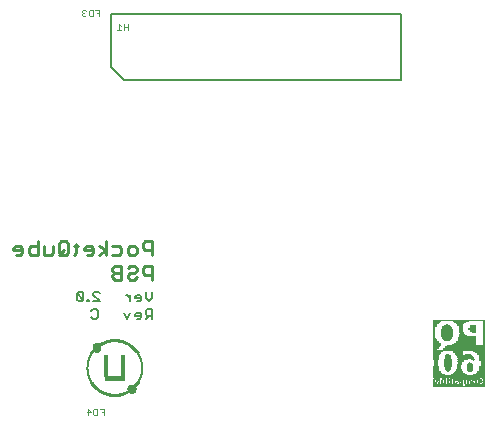
<source format=gbo>
G75*
%MOIN*%
%OFA0B0*%
%FSLAX25Y25*%
%IPPOS*%
%LPD*%
%AMOC8*
5,1,8,0,0,1.08239X$1,22.5*
%
%ADD10C,0.01000*%
%ADD11C,0.00700*%
%ADD12C,0.00500*%
%ADD13C,0.00400*%
%ADD14R,0.17300X0.00100*%
%ADD15R,0.06800X0.00100*%
%ADD16R,0.10000X0.00100*%
%ADD17R,0.01000X0.00100*%
%ADD18R,0.00800X0.00100*%
%ADD19R,0.00400X0.00100*%
%ADD20R,0.00200X0.00100*%
%ADD21R,0.00900X0.00100*%
%ADD22R,0.00700X0.00100*%
%ADD23R,0.00300X0.00100*%
%ADD24R,0.00600X0.00100*%
%ADD25R,0.00100X0.00100*%
%ADD26R,0.00500X0.00100*%
%ADD27R,0.01500X0.00100*%
%ADD28R,0.01200X0.00100*%
%ADD29R,0.01300X0.00100*%
%ADD30R,0.01400X0.00100*%
%ADD31R,0.01600X0.00100*%
%ADD32R,0.01700X0.00100*%
%ADD33R,0.08700X0.00100*%
%ADD34R,0.02300X0.00100*%
%ADD35R,0.04200X0.00100*%
%ADD36R,0.06300X0.00100*%
%ADD37R,0.04300X0.00100*%
%ADD38R,0.03800X0.00100*%
%ADD39R,0.05400X0.00100*%
%ADD40R,0.03500X0.00100*%
%ADD41R,0.04800X0.00100*%
%ADD42R,0.03300X0.00100*%
%ADD43R,0.04400X0.00100*%
%ADD44R,0.03100X0.00100*%
%ADD45R,0.04000X0.00100*%
%ADD46R,0.03000X0.00100*%
%ADD47R,0.02800X0.00100*%
%ADD48R,0.03400X0.00100*%
%ADD49R,0.02900X0.00100*%
%ADD50R,0.02700X0.00100*%
%ADD51R,0.03200X0.00100*%
%ADD52R,0.02600X0.00100*%
%ADD53R,0.02500X0.00100*%
%ADD54R,0.02400X0.00100*%
%ADD55R,0.02200X0.00100*%
%ADD56R,0.01100X0.00100*%
%ADD57R,0.02100X0.00100*%
%ADD58R,0.02000X0.00100*%
%ADD59R,0.01900X0.00100*%
%ADD60R,0.01800X0.00100*%
%ADD61R,0.05500X0.00100*%
%ADD62R,0.05600X0.00100*%
%ADD63R,0.05300X0.00100*%
%ADD64R,0.03700X0.00100*%
%ADD65R,0.03600X0.00100*%
%ADD66R,0.04100X0.00100*%
%ADD67R,0.04900X0.00100*%
%ADD68R,0.05000X0.00100*%
%ADD69R,0.06200X0.00100*%
%ADD70R,0.14200X0.00100*%
%ADD71R,0.14000X0.00100*%
%ADD72R,0.13900X0.00100*%
%ADD73R,0.13800X0.00100*%
%ADD74R,0.13700X0.00100*%
%ADD75R,0.13600X0.00100*%
%ADD76R,0.13500X0.00100*%
%ADD77R,0.13400X0.00100*%
%ADD78R,0.13300X0.00100*%
%ADD79R,0.13200X0.00100*%
%ADD80R,0.13100X0.00100*%
%ADD81R,0.13000X0.00100*%
%ADD82R,0.12900X0.00100*%
%ADD83R,0.12800X0.00100*%
%ADD84R,0.11900X0.00100*%
%ADD85R,0.08300X0.00100*%
%ADD86R,0.08000X0.00100*%
%ADD87R,0.07700X0.00100*%
%ADD88R,0.07500X0.00100*%
%ADD89R,0.07300X0.00100*%
%ADD90R,0.07100X0.00100*%
%ADD91R,0.07000X0.00100*%
%ADD92R,0.06700X0.00100*%
%ADD93R,0.06600X0.00100*%
%ADD94R,0.06500X0.00100*%
%ADD95R,0.06400X0.00100*%
%ADD96R,0.06100X0.00100*%
%ADD97R,0.06000X0.00100*%
%ADD98R,0.05900X0.00100*%
%ADD99R,0.05800X0.00100*%
%ADD100R,0.05700X0.00100*%
%ADD101R,0.03900X0.00100*%
%ADD102R,0.04600X0.00100*%
%ADD103R,0.05100X0.00100*%
%ADD104R,0.11300X0.00100*%
%ADD105R,0.11800X0.00100*%
%ADD106R,0.01360X0.00080*%
%ADD107R,0.02960X0.00080*%
%ADD108R,0.03760X0.00080*%
%ADD109R,0.04560X0.00080*%
%ADD110R,0.05200X0.00080*%
%ADD111R,0.05680X0.00080*%
%ADD112R,0.06160X0.00080*%
%ADD113R,0.06640X0.00080*%
%ADD114R,0.07120X0.00080*%
%ADD115R,0.07440X0.00080*%
%ADD116R,0.03280X0.00080*%
%ADD117R,0.02800X0.00080*%
%ADD118R,0.00880X0.00080*%
%ADD119R,0.02560X0.00080*%
%ADD120R,0.01280X0.00080*%
%ADD121R,0.02320X0.00080*%
%ADD122R,0.01600X0.00080*%
%ADD123R,0.02160X0.00080*%
%ADD124R,0.01840X0.00080*%
%ADD125R,0.02000X0.00080*%
%ADD126R,0.01920X0.00080*%
%ADD127R,0.03680X0.00080*%
%ADD128R,0.03520X0.00080*%
%ADD129R,0.01760X0.00080*%
%ADD130R,0.03440X0.00080*%
%ADD131R,0.01680X0.00080*%
%ADD132R,0.03120X0.00080*%
%ADD133R,0.03040X0.00080*%
%ADD134R,0.02880X0.00080*%
%ADD135R,0.01520X0.00080*%
%ADD136R,0.01440X0.00080*%
%ADD137R,0.01200X0.00080*%
%ADD138R,0.02720X0.00080*%
%ADD139R,0.01120X0.00080*%
%ADD140R,0.01120X0.00080*%
%ADD141R,0.01040X0.00080*%
%ADD142R,0.02720X0.00080*%
%ADD143R,0.01040X0.00080*%
%ADD144R,0.00960X0.00080*%
%ADD145R,0.06960X0.00080*%
%ADD146R,0.00800X0.00080*%
%ADD147R,0.00720X0.00080*%
%ADD148R,0.02640X0.00080*%
%ADD149R,0.01440X0.00080*%
%ADD150R,0.03120X0.00080*%
%ADD151R,0.03200X0.00080*%
%ADD152R,0.01920X0.00080*%
%ADD153R,0.00400X0.00080*%
%ADD154R,0.02240X0.00080*%
%ADD155R,0.02400X0.00080*%
%ADD156R,0.02640X0.00080*%
%ADD157R,0.07600X0.00080*%
%ADD158R,0.07280X0.00080*%
%ADD159R,0.06480X0.00080*%
%ADD160R,0.06000X0.00080*%
%ADD161R,0.05520X0.00080*%
%ADD162R,0.04880X0.00080*%
%ADD163R,0.04240X0.00080*%
%ADD164R,0.02320X0.00080*%
D10*
X0038143Y0062143D02*
X0040401Y0062143D01*
X0040401Y0066658D01*
X0038143Y0066658D01*
X0037391Y0065906D01*
X0037391Y0065153D01*
X0038143Y0064400D01*
X0040401Y0064400D01*
X0038143Y0064400D02*
X0037391Y0063648D01*
X0037391Y0062895D01*
X0038143Y0062143D01*
X0042466Y0062895D02*
X0043219Y0062143D01*
X0044724Y0062143D01*
X0045477Y0062895D01*
X0044724Y0064400D02*
X0043219Y0064400D01*
X0042466Y0063648D01*
X0042466Y0062895D01*
X0044724Y0064400D02*
X0045477Y0065153D01*
X0045477Y0065906D01*
X0044724Y0066658D01*
X0043219Y0066658D01*
X0042466Y0065906D01*
X0043219Y0070410D02*
X0042466Y0071163D01*
X0042466Y0072668D01*
X0043219Y0073421D01*
X0044724Y0073421D01*
X0045477Y0072668D01*
X0045477Y0071163D01*
X0044724Y0070410D01*
X0043219Y0070410D01*
X0040401Y0071163D02*
X0040401Y0072668D01*
X0039649Y0073421D01*
X0037391Y0073421D01*
X0040401Y0071163D02*
X0039649Y0070410D01*
X0037391Y0070410D01*
X0035326Y0070410D02*
X0035326Y0074926D01*
X0033068Y0073421D02*
X0035326Y0071915D01*
X0033068Y0070410D01*
X0031097Y0071163D02*
X0031097Y0072668D01*
X0030344Y0073421D01*
X0028839Y0073421D01*
X0028086Y0072668D01*
X0028086Y0071915D01*
X0031097Y0071915D01*
X0031097Y0071163D02*
X0030344Y0070410D01*
X0028839Y0070410D01*
X0025269Y0071163D02*
X0025269Y0074173D01*
X0026022Y0073421D02*
X0024516Y0073421D01*
X0022638Y0074173D02*
X0022638Y0071163D01*
X0021886Y0070410D01*
X0020380Y0070410D01*
X0019628Y0071163D01*
X0019628Y0074173D01*
X0020380Y0074926D01*
X0021886Y0074926D01*
X0022638Y0074173D01*
X0021133Y0071915D02*
X0019628Y0070410D01*
X0017563Y0071163D02*
X0016810Y0070410D01*
X0014552Y0070410D01*
X0014552Y0073421D01*
X0012488Y0073421D02*
X0010230Y0073421D01*
X0009477Y0072668D01*
X0009477Y0071163D01*
X0010230Y0070410D01*
X0012488Y0070410D01*
X0012488Y0074926D01*
X0017563Y0073421D02*
X0017563Y0071163D01*
X0024516Y0070410D02*
X0025269Y0071163D01*
X0007413Y0071163D02*
X0007413Y0072668D01*
X0006660Y0073421D01*
X0005155Y0073421D01*
X0004402Y0072668D01*
X0004402Y0071915D01*
X0007413Y0071915D01*
X0007413Y0071163D02*
X0006660Y0070410D01*
X0005155Y0070410D01*
X0047541Y0072668D02*
X0048294Y0071915D01*
X0050552Y0071915D01*
X0050552Y0070410D02*
X0050552Y0074926D01*
X0048294Y0074926D01*
X0047541Y0074173D01*
X0047541Y0072668D01*
X0048294Y0066658D02*
X0047541Y0065906D01*
X0047541Y0064400D01*
X0048294Y0063648D01*
X0050552Y0063648D01*
X0050552Y0062143D02*
X0050552Y0066658D01*
X0048294Y0066658D01*
D11*
X0048542Y0058146D02*
X0048542Y0055986D01*
X0049622Y0054906D01*
X0050702Y0055986D01*
X0050702Y0058146D01*
X0047077Y0056526D02*
X0047077Y0055446D01*
X0046537Y0054906D01*
X0045457Y0054906D01*
X0044917Y0055986D02*
X0047077Y0055986D01*
X0047077Y0056526D02*
X0046537Y0057066D01*
X0045457Y0057066D01*
X0044917Y0056526D01*
X0044917Y0055986D01*
X0043451Y0055986D02*
X0042372Y0057066D01*
X0041832Y0057066D01*
X0043451Y0057066D02*
X0043451Y0054906D01*
X0043451Y0051160D02*
X0042372Y0049000D01*
X0041292Y0051160D01*
X0044917Y0050620D02*
X0044917Y0050080D01*
X0047077Y0050080D01*
X0047077Y0049540D02*
X0047077Y0050620D01*
X0046537Y0051160D01*
X0045457Y0051160D01*
X0044917Y0050620D01*
X0045457Y0049000D02*
X0046537Y0049000D01*
X0047077Y0049540D01*
X0048542Y0049000D02*
X0049622Y0050080D01*
X0049082Y0050080D02*
X0050702Y0050080D01*
X0050702Y0049000D02*
X0050702Y0052240D01*
X0049082Y0052240D01*
X0048542Y0051700D01*
X0048542Y0050620D01*
X0049082Y0050080D01*
X0032576Y0049540D02*
X0032036Y0049000D01*
X0030956Y0049000D01*
X0030416Y0049540D01*
X0030416Y0051700D02*
X0030956Y0052240D01*
X0032036Y0052240D01*
X0032576Y0051700D01*
X0032576Y0049540D01*
X0033180Y0054906D02*
X0031020Y0054906D01*
X0029555Y0054906D02*
X0029015Y0054906D01*
X0029015Y0055446D01*
X0029555Y0055446D01*
X0029555Y0054906D01*
X0027743Y0055446D02*
X0025583Y0057606D01*
X0025583Y0055446D01*
X0026123Y0054906D01*
X0027203Y0054906D01*
X0027743Y0055446D01*
X0027743Y0057606D01*
X0027203Y0058146D01*
X0026123Y0058146D01*
X0025583Y0057606D01*
X0031020Y0057606D02*
X0031020Y0057066D01*
X0033180Y0054906D01*
X0033180Y0057606D02*
X0032640Y0058146D01*
X0031560Y0058146D01*
X0031020Y0057606D01*
D12*
X0041209Y0128572D02*
X0133729Y0128572D01*
X0133729Y0150619D01*
X0036878Y0150619D01*
X0036878Y0132902D01*
X0041209Y0128572D01*
D13*
X0029210Y0018925D02*
X0029210Y0016961D01*
X0028883Y0017943D02*
X0030192Y0017943D01*
X0029210Y0018925D01*
X0031058Y0018597D02*
X0031058Y0017288D01*
X0031385Y0016961D01*
X0032367Y0016961D01*
X0032367Y0018925D01*
X0031385Y0018925D01*
X0031058Y0018597D01*
X0033233Y0018925D02*
X0034542Y0018925D01*
X0034542Y0016961D01*
X0034542Y0017943D02*
X0033888Y0017943D01*
X0039119Y0145307D02*
X0040428Y0145307D01*
X0039774Y0145307D02*
X0039774Y0147271D01*
X0040428Y0146616D01*
X0041294Y0146289D02*
X0042603Y0146289D01*
X0042603Y0145307D02*
X0042603Y0147271D01*
X0041294Y0147271D02*
X0041294Y0145307D01*
X0032968Y0150031D02*
X0032968Y0151995D01*
X0031658Y0151995D01*
X0030792Y0151995D02*
X0029810Y0151995D01*
X0029483Y0151668D01*
X0029483Y0150359D01*
X0029810Y0150031D01*
X0030792Y0150031D01*
X0030792Y0151995D01*
X0032313Y0151013D02*
X0032968Y0151013D01*
X0028617Y0150359D02*
X0028290Y0150031D01*
X0027635Y0150031D01*
X0027308Y0150359D01*
X0027308Y0150686D01*
X0027635Y0151013D01*
X0027963Y0151013D01*
X0027635Y0151013D02*
X0027308Y0151341D01*
X0027308Y0151668D01*
X0027635Y0151995D01*
X0028290Y0151995D01*
X0028617Y0151668D01*
D14*
X0152982Y0048509D03*
X0152982Y0038509D03*
X0152982Y0030009D03*
X0152982Y0029909D03*
X0152982Y0029809D03*
X0152982Y0029709D03*
X0152982Y0029609D03*
X0152982Y0029509D03*
X0152982Y0029409D03*
X0152982Y0029309D03*
X0152982Y0029209D03*
X0152982Y0026509D03*
X0152982Y0026409D03*
X0152982Y0026309D03*
D15*
X0158232Y0026609D03*
X0158232Y0026709D03*
X0158232Y0026809D03*
X0158232Y0026909D03*
X0158232Y0027009D03*
X0158232Y0027109D03*
X0155232Y0040909D03*
D16*
X0154932Y0029109D03*
X0149332Y0027109D03*
X0149332Y0027009D03*
X0149332Y0026909D03*
X0149332Y0026809D03*
X0149332Y0026709D03*
X0149332Y0026609D03*
D17*
X0156732Y0034109D03*
X0161132Y0029109D03*
X0161132Y0027209D03*
X0159432Y0027209D03*
X0149232Y0036909D03*
X0149032Y0041609D03*
X0144832Y0042209D03*
X0144832Y0042309D03*
X0144832Y0046209D03*
X0144832Y0046309D03*
X0144832Y0046409D03*
X0153632Y0045309D03*
X0153632Y0045209D03*
X0153632Y0045109D03*
X0153632Y0045009D03*
D18*
X0144732Y0045609D03*
X0144732Y0045709D03*
X0144732Y0045809D03*
X0144732Y0045909D03*
X0144732Y0042909D03*
X0144732Y0042809D03*
X0144732Y0042709D03*
X0146232Y0028609D03*
X0146232Y0027209D03*
X0144732Y0027209D03*
X0157932Y0027209D03*
X0157932Y0028609D03*
X0161232Y0029009D03*
X0161232Y0027309D03*
D19*
X0161432Y0027709D03*
X0161432Y0027809D03*
X0161432Y0027909D03*
X0161432Y0028409D03*
X0161432Y0028509D03*
X0161432Y0028609D03*
X0159532Y0027609D03*
X0159532Y0027509D03*
X0158632Y0027609D03*
X0158632Y0028209D03*
X0157732Y0028209D03*
X0157732Y0028309D03*
X0157732Y0027609D03*
X0157732Y0027509D03*
X0156832Y0027509D03*
X0156832Y0027409D03*
X0156832Y0027309D03*
X0156832Y0027209D03*
X0156832Y0027609D03*
X0156832Y0027709D03*
X0156832Y0027809D03*
X0156832Y0027909D03*
X0156832Y0028009D03*
X0156832Y0028109D03*
X0155932Y0028109D03*
X0155932Y0028009D03*
X0155932Y0027909D03*
X0155932Y0027809D03*
X0155932Y0027709D03*
X0155932Y0027609D03*
X0155932Y0027509D03*
X0155932Y0027409D03*
X0155932Y0027309D03*
X0155932Y0027209D03*
X0155032Y0027209D03*
X0155032Y0027309D03*
X0155032Y0027409D03*
X0155032Y0027509D03*
X0155032Y0027609D03*
X0155032Y0027709D03*
X0155032Y0027809D03*
X0155032Y0027909D03*
X0155032Y0028009D03*
X0155032Y0028109D03*
X0155032Y0028209D03*
X0155032Y0028309D03*
X0154032Y0028209D03*
X0154032Y0027609D03*
X0153132Y0027909D03*
X0153132Y0028309D03*
X0152232Y0027809D03*
X0152332Y0027609D03*
X0151532Y0028509D03*
X0149232Y0028509D03*
X0149232Y0028409D03*
X0149232Y0028309D03*
X0149232Y0028209D03*
X0149232Y0028109D03*
X0149232Y0028009D03*
X0149232Y0027909D03*
X0149232Y0027809D03*
X0149232Y0027709D03*
X0149232Y0027609D03*
X0149232Y0027509D03*
X0149232Y0027409D03*
X0149232Y0027309D03*
X0149232Y0027209D03*
X0148232Y0027609D03*
X0148232Y0028209D03*
X0147332Y0028209D03*
X0147332Y0028109D03*
X0147332Y0028009D03*
X0147332Y0027909D03*
X0147332Y0027809D03*
X0147332Y0027709D03*
X0147332Y0027609D03*
X0147332Y0027509D03*
X0147332Y0028309D03*
X0146432Y0028309D03*
X0146432Y0028209D03*
X0146432Y0027609D03*
X0146432Y0027509D03*
X0149232Y0028609D03*
X0149232Y0028809D03*
X0149232Y0028909D03*
X0149232Y0029009D03*
X0149232Y0029109D03*
X0157832Y0035309D03*
D20*
X0157932Y0035209D03*
X0156732Y0034209D03*
X0156932Y0028609D03*
X0158632Y0028309D03*
X0158632Y0027509D03*
X0154232Y0027209D03*
X0154032Y0027509D03*
X0154232Y0028609D03*
X0152332Y0027509D03*
X0152132Y0027209D03*
X0150032Y0028409D03*
X0150032Y0028509D03*
X0150032Y0028609D03*
X0148432Y0028609D03*
X0148232Y0027509D03*
X0148432Y0027209D03*
D21*
X0144782Y0028609D03*
X0153182Y0028609D03*
X0153182Y0027209D03*
X0161182Y0040209D03*
X0161182Y0040309D03*
X0161182Y0040409D03*
X0161182Y0040509D03*
X0161182Y0040609D03*
X0161182Y0040709D03*
X0161182Y0040809D03*
X0161182Y0040909D03*
X0161182Y0041009D03*
X0161182Y0041109D03*
X0161182Y0041209D03*
X0161182Y0041309D03*
X0161182Y0041409D03*
X0161182Y0041509D03*
X0161182Y0041609D03*
X0161182Y0041709D03*
X0161182Y0041809D03*
X0161182Y0041909D03*
X0161182Y0042009D03*
X0161182Y0042109D03*
X0161182Y0042209D03*
X0161182Y0042309D03*
X0161182Y0042409D03*
X0161182Y0042509D03*
X0161182Y0042609D03*
X0161182Y0042709D03*
X0161182Y0042809D03*
X0161182Y0042909D03*
X0161182Y0043009D03*
X0161182Y0043109D03*
X0161182Y0043209D03*
X0161182Y0043309D03*
X0161182Y0043409D03*
X0161182Y0043509D03*
X0161182Y0043609D03*
X0161182Y0043709D03*
X0161182Y0043809D03*
X0161182Y0043909D03*
X0161182Y0044009D03*
X0161182Y0044109D03*
X0161182Y0044209D03*
X0161182Y0044309D03*
X0161182Y0044409D03*
X0161182Y0044509D03*
X0161182Y0044609D03*
X0161182Y0044709D03*
X0161182Y0044809D03*
X0161182Y0044909D03*
X0161182Y0045009D03*
X0161182Y0045109D03*
X0161182Y0045209D03*
X0161182Y0045309D03*
X0161182Y0045409D03*
X0161182Y0045509D03*
X0161182Y0045609D03*
X0161182Y0045709D03*
X0161182Y0045809D03*
X0161182Y0045909D03*
X0161182Y0046009D03*
X0161182Y0046109D03*
X0161182Y0046209D03*
X0161182Y0046309D03*
X0161182Y0046409D03*
X0161182Y0046509D03*
X0161182Y0046609D03*
X0161182Y0046709D03*
X0161182Y0046809D03*
X0161182Y0046909D03*
X0161182Y0047009D03*
X0161182Y0047109D03*
X0161182Y0047209D03*
X0161182Y0047309D03*
X0161182Y0047409D03*
X0161182Y0047509D03*
X0161182Y0047609D03*
X0161182Y0047709D03*
X0161182Y0047809D03*
X0161182Y0047909D03*
X0161182Y0048009D03*
X0161182Y0048109D03*
X0161182Y0048209D03*
X0149082Y0046909D03*
X0144782Y0046109D03*
X0144782Y0046009D03*
X0144782Y0042609D03*
X0144782Y0042509D03*
X0144782Y0042409D03*
D22*
X0144682Y0043009D03*
X0144682Y0043109D03*
X0144682Y0043209D03*
X0144682Y0043309D03*
X0144682Y0043409D03*
X0144682Y0045109D03*
X0144682Y0045209D03*
X0144682Y0045309D03*
X0144682Y0045409D03*
X0144682Y0045509D03*
X0157682Y0035409D03*
X0160182Y0028709D03*
X0160182Y0027609D03*
X0155182Y0028609D03*
X0152982Y0028109D03*
X0151182Y0027209D03*
X0150282Y0027609D03*
X0150282Y0027709D03*
X0150282Y0027809D03*
X0150282Y0027909D03*
X0150282Y0028009D03*
X0150282Y0028109D03*
X0150282Y0028209D03*
X0150282Y0028309D03*
X0150282Y0028809D03*
X0150282Y0028909D03*
X0150282Y0029009D03*
X0147482Y0028609D03*
X0147482Y0027209D03*
X0144682Y0028509D03*
D23*
X0145582Y0028309D03*
X0146482Y0028109D03*
X0146482Y0028009D03*
X0146482Y0027909D03*
X0146482Y0027809D03*
X0146482Y0027709D03*
X0150082Y0027409D03*
X0150082Y0027309D03*
X0150082Y0027209D03*
X0151482Y0028409D03*
X0153182Y0027809D03*
X0153182Y0027709D03*
X0153182Y0027609D03*
X0153182Y0027509D03*
X0155882Y0028209D03*
X0156782Y0028209D03*
X0157682Y0028109D03*
X0157682Y0028009D03*
X0157682Y0027909D03*
X0157682Y0027809D03*
X0157682Y0027709D03*
X0161482Y0028009D03*
X0161482Y0028109D03*
X0161482Y0028209D03*
X0161482Y0028309D03*
D24*
X0161332Y0028909D03*
X0161332Y0027409D03*
X0159432Y0027309D03*
X0158632Y0027709D03*
X0158632Y0027809D03*
X0158632Y0027909D03*
X0158632Y0028009D03*
X0158632Y0028109D03*
X0157832Y0028509D03*
X0157832Y0027309D03*
X0154032Y0027809D03*
X0154032Y0027909D03*
X0154032Y0028009D03*
X0153232Y0028509D03*
X0152432Y0028309D03*
X0151632Y0028609D03*
X0151332Y0028209D03*
X0151332Y0028109D03*
X0151332Y0028009D03*
X0151232Y0027309D03*
X0150232Y0027509D03*
X0148232Y0027809D03*
X0148232Y0027909D03*
X0148232Y0028009D03*
X0147432Y0028509D03*
X0146332Y0028509D03*
X0145532Y0028109D03*
X0144632Y0028309D03*
X0144632Y0028409D03*
X0146332Y0027309D03*
X0147432Y0027309D03*
X0149232Y0031509D03*
X0153232Y0027309D03*
X0156732Y0031409D03*
X0144632Y0043509D03*
X0144632Y0043609D03*
X0144632Y0043709D03*
X0144632Y0043809D03*
X0144632Y0043909D03*
X0144632Y0044009D03*
X0144632Y0044109D03*
X0144632Y0044209D03*
X0144632Y0044309D03*
X0144632Y0044409D03*
X0144632Y0044509D03*
X0144632Y0044609D03*
X0144632Y0044709D03*
X0144632Y0044809D03*
X0144632Y0044909D03*
X0144632Y0045009D03*
D25*
X0157982Y0035109D03*
X0156982Y0028509D03*
X0156182Y0028509D03*
X0154282Y0028509D03*
X0154082Y0028309D03*
X0154282Y0027309D03*
X0152082Y0027309D03*
X0148482Y0027309D03*
X0148282Y0028309D03*
X0148482Y0028509D03*
D26*
X0148282Y0028109D03*
X0148282Y0027709D03*
X0147382Y0027409D03*
X0146382Y0027409D03*
X0146382Y0028409D03*
X0145582Y0028209D03*
X0145382Y0027509D03*
X0144582Y0027509D03*
X0144582Y0027409D03*
X0144582Y0027309D03*
X0144582Y0027809D03*
X0144582Y0027909D03*
X0144582Y0028009D03*
X0144582Y0028109D03*
X0144582Y0028209D03*
X0147382Y0028409D03*
X0151282Y0027909D03*
X0151282Y0027809D03*
X0151282Y0027709D03*
X0151282Y0027609D03*
X0151282Y0027509D03*
X0151282Y0027409D03*
X0151382Y0028309D03*
X0152282Y0027709D03*
X0153082Y0028009D03*
X0153182Y0028409D03*
X0154082Y0028109D03*
X0154082Y0027709D03*
X0153182Y0027409D03*
X0155082Y0028409D03*
X0155082Y0028509D03*
X0156182Y0028609D03*
X0157782Y0028409D03*
X0157782Y0027409D03*
X0159482Y0027409D03*
X0161382Y0027509D03*
X0161382Y0027609D03*
X0161382Y0028709D03*
X0161382Y0028809D03*
X0149182Y0037009D03*
D27*
X0149182Y0036709D03*
X0145082Y0038909D03*
X0145082Y0041409D03*
X0145082Y0047109D03*
X0149082Y0046809D03*
X0153482Y0046509D03*
X0153482Y0046409D03*
X0153882Y0044009D03*
X0153882Y0043909D03*
X0157882Y0044509D03*
X0157882Y0046709D03*
X0153282Y0034409D03*
X0153282Y0034309D03*
X0152982Y0032409D03*
X0152982Y0032309D03*
X0152982Y0032209D03*
X0149182Y0031809D03*
X0145082Y0027709D03*
X0145082Y0027609D03*
X0159982Y0028409D03*
X0160082Y0028309D03*
X0160082Y0028209D03*
D28*
X0160032Y0027709D03*
X0153032Y0032909D03*
X0153032Y0033009D03*
X0153032Y0033109D03*
X0153132Y0033709D03*
X0144932Y0041809D03*
X0144932Y0041909D03*
X0144932Y0046709D03*
X0153532Y0046009D03*
X0153532Y0045909D03*
X0153532Y0045809D03*
X0153732Y0044509D03*
X0153732Y0044409D03*
X0153832Y0044209D03*
D29*
X0153782Y0044309D03*
X0153482Y0046109D03*
X0153482Y0046209D03*
X0144982Y0046809D03*
X0144982Y0046909D03*
X0144982Y0041709D03*
X0144982Y0038709D03*
X0144982Y0038609D03*
X0149182Y0036809D03*
X0153182Y0034009D03*
X0153182Y0033909D03*
X0153182Y0033809D03*
X0153082Y0033609D03*
X0153082Y0033509D03*
X0153082Y0033409D03*
X0153082Y0033309D03*
X0153082Y0033209D03*
X0152982Y0032809D03*
X0152982Y0032709D03*
X0156782Y0034009D03*
X0160082Y0027909D03*
X0160082Y0027809D03*
X0152682Y0028209D03*
X0149182Y0031709D03*
D30*
X0147832Y0029109D03*
X0147832Y0029009D03*
X0147832Y0028909D03*
X0147832Y0028809D03*
X0147832Y0028709D03*
X0153032Y0032509D03*
X0153032Y0032609D03*
X0153232Y0034109D03*
X0153232Y0034209D03*
X0156732Y0031609D03*
X0160132Y0028109D03*
X0160132Y0028009D03*
X0145032Y0038809D03*
X0145032Y0041509D03*
X0145032Y0041609D03*
X0145032Y0047009D03*
X0153532Y0046309D03*
X0153832Y0044109D03*
D31*
X0153932Y0043809D03*
X0153432Y0046609D03*
X0149032Y0041709D03*
X0145132Y0041309D03*
X0145132Y0039009D03*
X0145132Y0035309D03*
X0145132Y0035209D03*
X0145132Y0035109D03*
X0145132Y0035009D03*
X0145132Y0034909D03*
X0145132Y0034809D03*
X0145132Y0034709D03*
X0145132Y0034609D03*
X0145132Y0034509D03*
X0145132Y0034409D03*
X0145132Y0034309D03*
X0145132Y0034209D03*
X0145132Y0034109D03*
X0145132Y0034009D03*
X0145132Y0033909D03*
X0145132Y0033809D03*
X0145132Y0033709D03*
X0145132Y0033609D03*
X0145132Y0033509D03*
X0145132Y0033409D03*
X0145132Y0033309D03*
X0145132Y0033209D03*
X0149832Y0028709D03*
X0152932Y0032109D03*
X0153332Y0034509D03*
X0156732Y0033909D03*
X0156732Y0031709D03*
X0160832Y0033209D03*
X0160832Y0033309D03*
X0160832Y0033409D03*
X0160832Y0033509D03*
X0160832Y0033609D03*
X0160832Y0033709D03*
X0160832Y0033809D03*
X0160832Y0033909D03*
X0160832Y0034009D03*
X0160832Y0034109D03*
X0160832Y0034209D03*
X0160832Y0034309D03*
X0160832Y0034409D03*
X0160832Y0034509D03*
X0160832Y0034609D03*
X0160832Y0034709D03*
X0160832Y0034809D03*
X0160832Y0034909D03*
X0160832Y0035009D03*
X0159932Y0028509D03*
X0145132Y0047209D03*
D32*
X0145182Y0047309D03*
X0145182Y0041209D03*
X0145182Y0039109D03*
X0145182Y0035809D03*
X0145182Y0035709D03*
X0145182Y0035609D03*
X0145182Y0035509D03*
X0145182Y0035409D03*
X0145182Y0033109D03*
X0145182Y0033009D03*
X0145182Y0032909D03*
X0145182Y0032809D03*
X0145182Y0032709D03*
X0149182Y0031909D03*
X0152982Y0031909D03*
X0152982Y0032009D03*
X0153382Y0034609D03*
X0156782Y0033809D03*
X0156782Y0031809D03*
X0160782Y0032609D03*
X0160782Y0032709D03*
X0160782Y0032809D03*
X0160782Y0032909D03*
X0160782Y0033009D03*
X0160782Y0033109D03*
X0160782Y0035109D03*
X0160782Y0035209D03*
X0160782Y0035309D03*
X0160782Y0035409D03*
X0160782Y0035509D03*
X0160782Y0035609D03*
X0153982Y0043709D03*
X0149182Y0036609D03*
X0159782Y0028609D03*
D33*
X0155382Y0028709D03*
X0155382Y0028809D03*
X0155382Y0028909D03*
X0155382Y0029009D03*
D34*
X0160482Y0031309D03*
X0160482Y0036909D03*
X0153582Y0035109D03*
X0153082Y0036909D03*
X0153082Y0037009D03*
X0149182Y0035809D03*
X0149182Y0035709D03*
X0149182Y0035609D03*
X0149182Y0035509D03*
X0149182Y0033009D03*
X0149182Y0032909D03*
X0149182Y0032809D03*
X0145482Y0031409D03*
X0145482Y0031309D03*
X0145482Y0029109D03*
X0145482Y0029009D03*
X0145482Y0028909D03*
X0145482Y0028809D03*
X0145482Y0028709D03*
X0145482Y0037109D03*
X0145482Y0037209D03*
X0145482Y0039809D03*
X0145482Y0040709D03*
X0149082Y0041909D03*
X0154282Y0043309D03*
X0157482Y0045109D03*
X0157482Y0045209D03*
X0157482Y0045309D03*
X0157482Y0045909D03*
X0157482Y0046009D03*
X0157482Y0046109D03*
X0145482Y0047809D03*
D35*
X0159532Y0030109D03*
D36*
X0152982Y0030109D03*
X0155482Y0041409D03*
X0155482Y0041509D03*
D37*
X0159482Y0038309D03*
X0146482Y0038409D03*
X0146482Y0030109D03*
D38*
X0146232Y0030209D03*
X0152932Y0030609D03*
X0159732Y0030209D03*
X0146232Y0038309D03*
X0149032Y0043209D03*
X0149032Y0043309D03*
X0149032Y0045109D03*
X0149032Y0045209D03*
X0149032Y0045309D03*
X0153432Y0047809D03*
D39*
X0154832Y0036509D03*
X0154932Y0036309D03*
X0152932Y0030209D03*
D40*
X0146082Y0030309D03*
X0146082Y0038209D03*
X0149082Y0042709D03*
X0149082Y0042809D03*
X0149082Y0045709D03*
X0153382Y0047709D03*
X0154782Y0043009D03*
X0159882Y0038009D03*
X0159882Y0030309D03*
D41*
X0152932Y0030309D03*
D42*
X0159982Y0030409D03*
X0159982Y0037909D03*
X0152582Y0038009D03*
X0149082Y0042509D03*
X0149082Y0042609D03*
X0149082Y0045909D03*
X0145982Y0038109D03*
X0145982Y0030409D03*
D43*
X0152932Y0030409D03*
D44*
X0160082Y0030509D03*
X0149082Y0042409D03*
X0149082Y0046109D03*
X0145882Y0048209D03*
X0145882Y0038009D03*
X0145882Y0030509D03*
D45*
X0152932Y0030509D03*
X0159632Y0038209D03*
X0149032Y0043909D03*
X0149032Y0044009D03*
X0149032Y0044109D03*
X0149032Y0044209D03*
X0149032Y0044309D03*
X0149032Y0044409D03*
X0149032Y0044509D03*
X0149032Y0044609D03*
X0146332Y0048409D03*
D46*
X0149032Y0046209D03*
X0149032Y0042309D03*
X0145832Y0037909D03*
X0152732Y0037809D03*
X0153932Y0035409D03*
X0152932Y0030909D03*
X0160132Y0030609D03*
X0160132Y0037709D03*
X0154532Y0043109D03*
X0145832Y0030609D03*
D47*
X0145732Y0030809D03*
X0145732Y0037709D03*
X0145732Y0040309D03*
X0145732Y0040409D03*
X0149032Y0046309D03*
X0145732Y0048109D03*
X0152832Y0037609D03*
X0152932Y0031009D03*
X0160232Y0030709D03*
X0160232Y0037509D03*
D48*
X0154132Y0035509D03*
X0152932Y0030709D03*
X0149032Y0045809D03*
X0146032Y0048309D03*
D49*
X0149082Y0042209D03*
X0145782Y0037809D03*
X0152782Y0037709D03*
X0155882Y0036709D03*
X0160182Y0037609D03*
X0153382Y0047509D03*
X0145782Y0030709D03*
D50*
X0153782Y0035309D03*
X0152882Y0037509D03*
X0149082Y0042109D03*
X0145682Y0040209D03*
X0149082Y0046409D03*
X0153382Y0047409D03*
X0160282Y0037409D03*
X0160282Y0030809D03*
D51*
X0160032Y0037809D03*
X0152932Y0030809D03*
X0152632Y0037909D03*
X0149032Y0046009D03*
X0153432Y0047609D03*
D52*
X0154432Y0043209D03*
X0152932Y0037409D03*
X0152932Y0031109D03*
X0160332Y0030909D03*
X0160332Y0037309D03*
X0145632Y0037509D03*
X0145632Y0037609D03*
X0145632Y0040109D03*
X0145632Y0040509D03*
X0145632Y0048009D03*
X0145632Y0031009D03*
X0145632Y0030909D03*
D53*
X0145582Y0031109D03*
X0149182Y0033809D03*
X0149182Y0033909D03*
X0149182Y0034009D03*
X0149182Y0034109D03*
X0149182Y0034209D03*
X0149182Y0034309D03*
X0149182Y0034409D03*
X0149182Y0034509D03*
X0149182Y0034609D03*
X0149182Y0034709D03*
X0145582Y0037409D03*
X0145582Y0040009D03*
X0145582Y0040609D03*
X0149082Y0042009D03*
X0149082Y0046509D03*
X0153382Y0047309D03*
X0152982Y0037309D03*
X0152982Y0037209D03*
X0153682Y0035209D03*
X0152982Y0031209D03*
X0160382Y0031109D03*
X0160382Y0031009D03*
X0160382Y0037109D03*
X0160382Y0037209D03*
D54*
X0160432Y0037009D03*
X0155932Y0036809D03*
X0153032Y0037109D03*
X0149232Y0035409D03*
X0149232Y0035309D03*
X0149232Y0035209D03*
X0149232Y0035109D03*
X0149232Y0035009D03*
X0149232Y0034909D03*
X0149232Y0034809D03*
X0149232Y0033709D03*
X0149232Y0033609D03*
X0149232Y0033509D03*
X0149232Y0033409D03*
X0149232Y0033309D03*
X0149232Y0033209D03*
X0149232Y0033109D03*
X0145532Y0031209D03*
X0145532Y0037309D03*
X0145532Y0039909D03*
X0145532Y0047909D03*
X0153432Y0047209D03*
X0157432Y0045809D03*
X0157432Y0045709D03*
X0157432Y0045609D03*
X0157432Y0045509D03*
X0157432Y0045409D03*
X0160432Y0031209D03*
X0152932Y0031309D03*
D55*
X0152932Y0031409D03*
X0153532Y0035009D03*
X0153132Y0036709D03*
X0153132Y0036809D03*
X0156732Y0033109D03*
X0156732Y0033009D03*
X0156732Y0032909D03*
X0156732Y0032809D03*
X0156732Y0032709D03*
X0156732Y0032609D03*
X0156732Y0032509D03*
X0160532Y0031509D03*
X0160532Y0031409D03*
X0160532Y0036709D03*
X0160532Y0036809D03*
X0154232Y0043409D03*
X0157532Y0044909D03*
X0157532Y0045009D03*
X0157532Y0046209D03*
X0157532Y0046309D03*
X0153432Y0047109D03*
X0149032Y0046609D03*
X0145432Y0040809D03*
X0145432Y0039709D03*
X0145432Y0037009D03*
X0149232Y0036009D03*
X0149232Y0035909D03*
X0149232Y0032709D03*
X0149232Y0032609D03*
X0149232Y0032509D03*
X0145432Y0031509D03*
D56*
X0149182Y0031609D03*
X0155982Y0037009D03*
X0157482Y0035509D03*
X0156782Y0031509D03*
X0144882Y0042009D03*
X0144882Y0042109D03*
X0144882Y0046509D03*
X0144882Y0046609D03*
X0153582Y0045709D03*
X0153582Y0045609D03*
X0153582Y0045509D03*
X0153582Y0045409D03*
X0153682Y0044909D03*
X0153682Y0044809D03*
X0153682Y0044709D03*
X0153682Y0044609D03*
D57*
X0153382Y0047009D03*
X0157582Y0046409D03*
X0157582Y0044809D03*
X0160582Y0036609D03*
X0160582Y0036509D03*
X0156782Y0033309D03*
X0156782Y0033209D03*
X0156782Y0032409D03*
X0156782Y0032309D03*
X0160582Y0031709D03*
X0160582Y0031609D03*
X0152982Y0031509D03*
X0153482Y0034909D03*
X0149182Y0036109D03*
X0149182Y0036209D03*
X0149182Y0032409D03*
X0149182Y0032309D03*
X0145382Y0031709D03*
X0145382Y0031609D03*
X0145382Y0036809D03*
X0145382Y0036909D03*
X0145382Y0039609D03*
X0145382Y0047709D03*
D58*
X0145332Y0047609D03*
X0145332Y0040909D03*
X0145332Y0039509D03*
X0145332Y0036709D03*
X0145332Y0036609D03*
X0149232Y0036309D03*
X0149232Y0032209D03*
X0145332Y0031909D03*
X0145332Y0031809D03*
X0152932Y0031609D03*
X0156732Y0032109D03*
X0156732Y0032209D03*
X0156732Y0033409D03*
X0156732Y0033509D03*
X0160632Y0031909D03*
X0160632Y0031809D03*
X0160632Y0036309D03*
X0160632Y0036409D03*
X0154132Y0043509D03*
X0153432Y0046909D03*
X0157632Y0046509D03*
X0157632Y0044709D03*
X0149032Y0041809D03*
D59*
X0145282Y0041009D03*
X0145282Y0039409D03*
X0145282Y0039309D03*
X0145282Y0036509D03*
X0145282Y0036409D03*
X0145282Y0036309D03*
X0149182Y0036409D03*
X0149182Y0032109D03*
X0145282Y0032109D03*
X0145282Y0032009D03*
X0145282Y0032209D03*
X0152982Y0031709D03*
X0153482Y0034809D03*
X0155982Y0036909D03*
X0156782Y0033609D03*
X0156782Y0032009D03*
X0160682Y0032009D03*
X0160682Y0032109D03*
X0160682Y0032209D03*
X0160682Y0036009D03*
X0160682Y0036109D03*
X0160682Y0036209D03*
X0154082Y0043609D03*
X0149082Y0046709D03*
X0145282Y0047509D03*
D60*
X0145232Y0047409D03*
X0145232Y0041109D03*
X0145232Y0039209D03*
X0145232Y0036209D03*
X0145232Y0036109D03*
X0145232Y0036009D03*
X0145232Y0035909D03*
X0145232Y0032609D03*
X0145232Y0032509D03*
X0145232Y0032409D03*
X0145232Y0032309D03*
X0149232Y0032009D03*
X0152932Y0031809D03*
X0153432Y0034709D03*
X0156732Y0033709D03*
X0156732Y0031909D03*
X0160732Y0032309D03*
X0160732Y0032409D03*
X0160732Y0032509D03*
X0160732Y0035709D03*
X0160732Y0035809D03*
X0160732Y0035909D03*
X0157732Y0044609D03*
X0157732Y0046609D03*
X0153432Y0046709D03*
X0153432Y0046809D03*
X0149232Y0036509D03*
D61*
X0154882Y0036409D03*
X0154982Y0036209D03*
X0155082Y0036009D03*
X0155182Y0035609D03*
D62*
X0155132Y0035709D03*
X0155132Y0035809D03*
X0155132Y0035909D03*
X0155032Y0036109D03*
X0155832Y0042809D03*
X0155832Y0042909D03*
D63*
X0154782Y0036609D03*
D64*
X0159782Y0038109D03*
X0149082Y0043009D03*
X0149082Y0043109D03*
X0149082Y0045409D03*
D65*
X0149032Y0045509D03*
X0149032Y0045609D03*
X0149032Y0042909D03*
X0152532Y0038109D03*
D66*
X0152582Y0038209D03*
X0153382Y0047909D03*
D67*
X0152682Y0038309D03*
D68*
X0159132Y0038409D03*
D69*
X0155532Y0041609D03*
X0152932Y0038409D03*
D70*
X0154532Y0038609D03*
D71*
X0154632Y0038709D03*
D72*
X0154682Y0038809D03*
D73*
X0154732Y0038909D03*
D74*
X0154782Y0039009D03*
X0154782Y0039109D03*
D75*
X0154832Y0039209D03*
D76*
X0154882Y0039309D03*
D77*
X0154932Y0039409D03*
D78*
X0154982Y0039509D03*
D79*
X0155032Y0039609D03*
D80*
X0155082Y0039709D03*
D81*
X0155132Y0039809D03*
D82*
X0155182Y0039909D03*
D83*
X0155232Y0040009D03*
D84*
X0155682Y0040109D03*
D85*
X0154482Y0040209D03*
D86*
X0154632Y0040309D03*
D87*
X0154782Y0040409D03*
D88*
X0154882Y0040509D03*
D89*
X0154982Y0040609D03*
D90*
X0155082Y0040709D03*
D91*
X0155132Y0040809D03*
D92*
X0155282Y0041009D03*
D93*
X0155332Y0041109D03*
D94*
X0155382Y0041209D03*
D95*
X0155432Y0041309D03*
D96*
X0155582Y0041709D03*
D97*
X0155632Y0041809D03*
X0155632Y0041909D03*
D98*
X0155682Y0042009D03*
X0155682Y0042109D03*
D99*
X0155732Y0042209D03*
X0155732Y0042309D03*
X0155732Y0042409D03*
X0153632Y0048209D03*
D100*
X0155782Y0042709D03*
X0155782Y0042609D03*
X0155782Y0042509D03*
D101*
X0149082Y0043409D03*
X0149082Y0043509D03*
X0149082Y0043609D03*
X0149082Y0043709D03*
X0149082Y0043809D03*
X0149082Y0044709D03*
X0149082Y0044809D03*
X0149082Y0044909D03*
X0149082Y0045009D03*
D102*
X0153432Y0048009D03*
D103*
X0153482Y0048109D03*
D104*
X0155982Y0048309D03*
D105*
X0155732Y0048409D03*
D106*
X0043972Y0039578D03*
X0043892Y0039658D03*
X0043652Y0039818D03*
X0043892Y0026778D03*
X0038212Y0023018D03*
X0032932Y0025098D03*
X0032692Y0025258D03*
X0032612Y0025338D03*
D107*
X0038212Y0023098D03*
X0043812Y0024858D03*
X0043892Y0025098D03*
X0043892Y0025178D03*
X0043892Y0025658D03*
X0043892Y0025738D03*
X0032132Y0038778D03*
X0032132Y0038858D03*
X0032132Y0038938D03*
X0032132Y0039018D03*
X0032132Y0039098D03*
X0032132Y0039178D03*
X0032132Y0039258D03*
X0032132Y0039338D03*
X0032132Y0039418D03*
X0032132Y0039498D03*
X0032132Y0039578D03*
X0032372Y0040058D03*
X0035652Y0041178D03*
X0040772Y0041178D03*
D108*
X0043012Y0024298D03*
X0038212Y0023178D03*
D109*
X0038212Y0023258D03*
D110*
X0038212Y0023338D03*
D111*
X0038212Y0023418D03*
D112*
X0038212Y0023498D03*
D113*
X0038212Y0023578D03*
D114*
X0038212Y0023658D03*
D115*
X0038212Y0023738D03*
D116*
X0035972Y0023818D03*
X0040452Y0023818D03*
X0043492Y0024618D03*
X0032932Y0040458D03*
D117*
X0032212Y0039898D03*
X0032132Y0039818D03*
X0032132Y0039738D03*
X0032132Y0038698D03*
X0032132Y0038618D03*
X0044052Y0026298D03*
X0043972Y0026218D03*
X0043892Y0026138D03*
X0043892Y0025978D03*
X0044212Y0026538D03*
X0040932Y0023898D03*
X0035492Y0023898D03*
D118*
X0030212Y0028138D03*
X0030132Y0028298D03*
X0030052Y0028458D03*
X0029972Y0028618D03*
X0029892Y0028778D03*
X0029812Y0028938D03*
X0029812Y0029018D03*
X0029732Y0029098D03*
X0029732Y0029178D03*
X0029652Y0029258D03*
X0029652Y0029338D03*
X0029652Y0029418D03*
X0029572Y0029498D03*
X0029572Y0029578D03*
X0029572Y0029658D03*
X0029492Y0029738D03*
X0029492Y0029818D03*
X0029492Y0029898D03*
X0029412Y0030058D03*
X0029412Y0030138D03*
X0029332Y0030378D03*
X0029332Y0030458D03*
X0029252Y0030778D03*
X0029172Y0031258D03*
X0029092Y0032138D03*
X0029092Y0032218D03*
X0029092Y0032858D03*
X0029172Y0033738D03*
X0029172Y0033818D03*
X0029252Y0034218D03*
X0029252Y0034298D03*
X0029332Y0034618D03*
X0029332Y0034698D03*
X0029412Y0034938D03*
X0029412Y0035018D03*
X0029492Y0035178D03*
X0029492Y0035258D03*
X0029572Y0035418D03*
X0029572Y0035498D03*
X0029652Y0035658D03*
X0029652Y0035738D03*
X0029732Y0035818D03*
X0029732Y0035898D03*
X0029732Y0035978D03*
X0029812Y0036058D03*
X0029812Y0036138D03*
X0029892Y0036218D03*
X0029892Y0036298D03*
X0029972Y0036458D03*
X0030052Y0036618D03*
X0030132Y0036778D03*
X0043892Y0023978D03*
X0046212Y0028138D03*
X0046292Y0028298D03*
X0046372Y0028458D03*
X0046452Y0028618D03*
X0046532Y0028778D03*
X0046612Y0028938D03*
X0046612Y0029018D03*
X0046692Y0029098D03*
X0046692Y0029178D03*
X0046772Y0029258D03*
X0046772Y0029338D03*
X0046772Y0029418D03*
X0046852Y0029498D03*
X0046852Y0029578D03*
X0046852Y0029658D03*
X0046932Y0029738D03*
X0046932Y0029818D03*
X0046932Y0029898D03*
X0047012Y0030058D03*
X0047012Y0030138D03*
X0047092Y0030378D03*
X0047092Y0030458D03*
X0047172Y0030778D03*
X0047252Y0031258D03*
X0047332Y0032138D03*
X0047332Y0032218D03*
X0047332Y0032858D03*
X0047252Y0033738D03*
X0047252Y0033818D03*
X0047172Y0034218D03*
X0047172Y0034298D03*
X0047092Y0034618D03*
X0047092Y0034698D03*
X0047012Y0034938D03*
X0047012Y0035018D03*
X0046932Y0035178D03*
X0046932Y0035258D03*
X0046852Y0035418D03*
X0046852Y0035498D03*
X0046772Y0035658D03*
X0046772Y0035738D03*
X0046692Y0035818D03*
X0046692Y0035898D03*
X0046692Y0035978D03*
X0046612Y0036058D03*
X0046612Y0036138D03*
X0046532Y0036218D03*
X0046532Y0036298D03*
X0046452Y0036458D03*
X0046372Y0036618D03*
X0046292Y0036778D03*
D119*
X0041212Y0023978D03*
X0035212Y0023978D03*
X0031612Y0037898D03*
D120*
X0032332Y0025578D03*
X0032412Y0025498D03*
X0032492Y0025418D03*
X0043852Y0024058D03*
X0044252Y0039338D03*
X0044172Y0039418D03*
X0044092Y0039498D03*
D121*
X0041492Y0024058D03*
X0034932Y0024058D03*
D122*
X0033532Y0024698D03*
X0033452Y0024778D03*
X0033292Y0024858D03*
X0043852Y0024138D03*
X0042972Y0040298D03*
X0042812Y0040378D03*
D123*
X0041812Y0040858D03*
X0034612Y0040858D03*
X0034772Y0024138D03*
X0041652Y0024138D03*
D124*
X0043892Y0024218D03*
X0042372Y0040618D03*
X0034052Y0040618D03*
D125*
X0034452Y0040778D03*
X0041972Y0040778D03*
X0041892Y0024218D03*
X0034532Y0024218D03*
D126*
X0034332Y0024298D03*
X0034172Y0024378D03*
X0042172Y0040698D03*
D127*
X0043132Y0024378D03*
D128*
X0043292Y0024458D03*
D129*
X0034012Y0024458D03*
X0033852Y0024538D03*
X0033932Y0040538D03*
X0042492Y0040538D03*
D130*
X0038212Y0041898D03*
X0043412Y0024538D03*
D131*
X0033732Y0024618D03*
X0042692Y0040458D03*
D132*
X0043652Y0024698D03*
D133*
X0043692Y0024778D03*
X0043852Y0025258D03*
X0043852Y0025338D03*
X0043852Y0025418D03*
X0043852Y0025498D03*
X0043852Y0025578D03*
X0032492Y0040138D03*
D134*
X0032252Y0039978D03*
X0032172Y0039658D03*
X0044172Y0026458D03*
X0044092Y0026378D03*
X0043852Y0025898D03*
X0043852Y0025818D03*
X0043852Y0025018D03*
X0043852Y0024938D03*
D135*
X0033172Y0024938D03*
X0043172Y0040138D03*
X0043092Y0040218D03*
X0043332Y0040058D03*
D136*
X0043452Y0039978D03*
X0043772Y0039738D03*
X0040972Y0036618D03*
X0040972Y0036538D03*
X0040972Y0036458D03*
X0040972Y0036378D03*
X0040972Y0036298D03*
X0040972Y0036218D03*
X0040972Y0036138D03*
X0040972Y0036058D03*
X0040972Y0035978D03*
X0040972Y0035898D03*
X0040972Y0035818D03*
X0040972Y0035738D03*
X0040972Y0035658D03*
X0040972Y0035578D03*
X0040972Y0035498D03*
X0040972Y0035418D03*
X0040972Y0035338D03*
X0040972Y0035258D03*
X0040972Y0035178D03*
X0040972Y0035098D03*
X0040972Y0035018D03*
X0040972Y0034938D03*
X0040972Y0034858D03*
X0040972Y0034778D03*
X0040972Y0034698D03*
X0040972Y0034618D03*
X0040972Y0034538D03*
X0040972Y0034458D03*
X0040972Y0034378D03*
X0040972Y0034298D03*
X0040972Y0034218D03*
X0040972Y0034138D03*
X0040972Y0034058D03*
X0040972Y0033978D03*
X0040972Y0033898D03*
X0040972Y0033818D03*
X0040972Y0033738D03*
X0040972Y0033658D03*
X0040972Y0033578D03*
X0040972Y0033498D03*
X0040972Y0033418D03*
X0040972Y0033338D03*
X0040972Y0033258D03*
X0040972Y0033178D03*
X0040972Y0033098D03*
X0040972Y0033018D03*
X0040972Y0032938D03*
X0040972Y0032858D03*
X0040972Y0032778D03*
X0040972Y0032698D03*
X0040972Y0032618D03*
X0040972Y0032538D03*
X0040972Y0032458D03*
X0040972Y0032378D03*
X0040972Y0032298D03*
X0040972Y0032218D03*
X0040972Y0032138D03*
X0040972Y0032058D03*
X0040972Y0031978D03*
X0040972Y0031898D03*
X0040972Y0031818D03*
X0040972Y0031738D03*
X0040972Y0031658D03*
X0040972Y0031578D03*
X0040972Y0031498D03*
X0040972Y0031418D03*
X0040972Y0031338D03*
X0040972Y0031258D03*
X0040972Y0031178D03*
X0040972Y0031098D03*
X0040972Y0031018D03*
X0040972Y0030938D03*
X0040972Y0030858D03*
X0040972Y0030778D03*
X0040972Y0030698D03*
X0040972Y0030618D03*
X0040972Y0030538D03*
X0040972Y0030458D03*
X0040972Y0030378D03*
X0040972Y0030298D03*
X0040972Y0030218D03*
X0040972Y0030138D03*
X0040972Y0030058D03*
X0040972Y0029978D03*
X0040972Y0029898D03*
X0040972Y0029818D03*
X0040972Y0029738D03*
X0035452Y0029738D03*
X0035452Y0029818D03*
X0035452Y0029898D03*
X0035452Y0029978D03*
X0035452Y0030058D03*
X0035452Y0030138D03*
X0035452Y0030218D03*
X0035452Y0030298D03*
X0035452Y0030378D03*
X0035452Y0030458D03*
X0035452Y0030538D03*
X0035452Y0030618D03*
X0035452Y0030698D03*
X0035452Y0030778D03*
X0035452Y0030858D03*
X0035452Y0030938D03*
X0035452Y0031018D03*
X0035452Y0031098D03*
X0035452Y0031178D03*
X0035452Y0031258D03*
X0035452Y0031338D03*
X0035452Y0031418D03*
X0035452Y0031498D03*
X0035452Y0031578D03*
X0035452Y0031658D03*
X0035452Y0031738D03*
X0035452Y0031818D03*
X0035452Y0031898D03*
X0035452Y0031978D03*
X0035452Y0032058D03*
X0035452Y0032138D03*
X0035452Y0032218D03*
X0035452Y0032298D03*
X0035452Y0032378D03*
X0035452Y0032458D03*
X0035452Y0032538D03*
X0035452Y0032618D03*
X0035452Y0032698D03*
X0035452Y0032778D03*
X0035452Y0032858D03*
X0035452Y0032938D03*
X0035452Y0033018D03*
X0035452Y0033098D03*
X0035452Y0033178D03*
X0035452Y0033258D03*
X0035452Y0033338D03*
X0035452Y0033418D03*
X0035452Y0033498D03*
X0035452Y0033578D03*
X0035452Y0033658D03*
X0035452Y0033738D03*
X0035452Y0033818D03*
X0035452Y0033898D03*
X0035452Y0033978D03*
X0035452Y0034058D03*
X0035452Y0034138D03*
X0035452Y0034218D03*
X0035452Y0034298D03*
X0035452Y0034378D03*
X0035452Y0034458D03*
X0035452Y0034538D03*
X0035452Y0034618D03*
X0035452Y0034698D03*
X0035452Y0034778D03*
X0035452Y0034858D03*
X0035452Y0034938D03*
X0035452Y0035018D03*
X0035452Y0035098D03*
X0035452Y0035178D03*
X0035452Y0035258D03*
X0035452Y0035338D03*
X0035452Y0035418D03*
X0035452Y0035498D03*
X0035452Y0035578D03*
X0035452Y0035658D03*
X0035452Y0035738D03*
X0035452Y0035818D03*
X0035452Y0035898D03*
X0035452Y0035978D03*
X0035452Y0036058D03*
X0035452Y0036138D03*
X0035452Y0036218D03*
X0035452Y0036298D03*
X0035452Y0036378D03*
X0035452Y0036458D03*
X0035452Y0036538D03*
X0035452Y0036618D03*
X0032172Y0040538D03*
X0032812Y0025178D03*
X0033052Y0025018D03*
D137*
X0032212Y0025658D03*
X0032132Y0025738D03*
X0032052Y0025818D03*
X0031972Y0025898D03*
X0031892Y0025978D03*
X0031812Y0026058D03*
X0032132Y0037818D03*
X0044372Y0039258D03*
X0044452Y0039178D03*
X0044532Y0039098D03*
X0044612Y0039018D03*
X0044692Y0038938D03*
X0044772Y0038858D03*
X0044852Y0038778D03*
D138*
X0044412Y0026698D03*
X0043852Y0026058D03*
X0031852Y0038138D03*
X0032012Y0038298D03*
X0032012Y0038378D03*
D139*
X0031132Y0026778D03*
X0031372Y0026458D03*
X0031532Y0026298D03*
X0031692Y0026138D03*
X0045292Y0026778D03*
X0045372Y0026858D03*
X0045132Y0038458D03*
X0044972Y0038618D03*
X0044892Y0038698D03*
D140*
X0045052Y0038538D03*
X0045212Y0038378D03*
X0031212Y0026698D03*
X0031052Y0026858D03*
X0031452Y0026378D03*
X0031612Y0026218D03*
D141*
X0031332Y0026538D03*
X0030932Y0027018D03*
X0030532Y0027578D03*
X0032132Y0040618D03*
X0045332Y0038218D03*
X0045732Y0037658D03*
X0045732Y0027338D03*
D142*
X0044332Y0026618D03*
X0031932Y0038218D03*
X0031772Y0038058D03*
X0032092Y0038458D03*
X0032172Y0038538D03*
D143*
X0030772Y0037818D03*
X0030692Y0037658D03*
X0030612Y0037578D03*
X0030612Y0027498D03*
X0030692Y0027338D03*
X0030772Y0027258D03*
X0030852Y0027178D03*
X0030852Y0027098D03*
X0031012Y0026938D03*
X0031252Y0026618D03*
X0045412Y0026938D03*
X0045492Y0027018D03*
X0045572Y0027098D03*
X0045572Y0027178D03*
X0045652Y0027258D03*
X0045812Y0027498D03*
X0045892Y0027578D03*
X0045812Y0037578D03*
X0045652Y0037818D03*
X0045572Y0037898D03*
X0045492Y0037978D03*
X0045492Y0038058D03*
X0045412Y0038138D03*
X0045252Y0038298D03*
D144*
X0045692Y0037738D03*
X0045852Y0037498D03*
X0045932Y0037418D03*
X0045932Y0037338D03*
X0046012Y0037258D03*
X0046092Y0037178D03*
X0046092Y0037098D03*
X0046172Y0037018D03*
X0046172Y0036938D03*
X0046252Y0036858D03*
X0046332Y0036698D03*
X0046412Y0036538D03*
X0046492Y0036378D03*
X0046572Y0028858D03*
X0046492Y0028698D03*
X0046412Y0028538D03*
X0046332Y0028378D03*
X0046252Y0028218D03*
X0046172Y0028058D03*
X0046092Y0027978D03*
X0046092Y0027898D03*
X0046012Y0027818D03*
X0046012Y0027738D03*
X0045932Y0027658D03*
X0045772Y0027418D03*
X0043852Y0026858D03*
X0030652Y0027418D03*
X0030492Y0027658D03*
X0030412Y0027738D03*
X0030412Y0027818D03*
X0030332Y0027898D03*
X0030332Y0027978D03*
X0030252Y0028058D03*
X0030172Y0028218D03*
X0030092Y0028378D03*
X0030012Y0028538D03*
X0029932Y0028698D03*
X0029852Y0028858D03*
X0029932Y0036378D03*
X0030012Y0036538D03*
X0030092Y0036698D03*
X0030172Y0036858D03*
X0030252Y0036938D03*
X0030252Y0037018D03*
X0030332Y0037098D03*
X0030332Y0037178D03*
X0030412Y0037258D03*
X0030492Y0037338D03*
X0030492Y0037418D03*
X0030572Y0037498D03*
X0030732Y0037738D03*
D145*
X0038212Y0041418D03*
X0038212Y0029658D03*
X0038212Y0029578D03*
X0038212Y0029498D03*
X0038212Y0029418D03*
X0038212Y0029338D03*
X0038212Y0029258D03*
X0038212Y0029178D03*
X0038212Y0029098D03*
X0038212Y0029018D03*
X0038212Y0028938D03*
X0038212Y0028858D03*
X0038212Y0028778D03*
X0038212Y0028698D03*
X0038212Y0028618D03*
X0038212Y0028538D03*
X0038212Y0028458D03*
X0038212Y0028378D03*
X0038212Y0028298D03*
D146*
X0029452Y0029978D03*
X0029372Y0030218D03*
X0029372Y0030298D03*
X0029292Y0030538D03*
X0029292Y0030618D03*
X0029292Y0030698D03*
X0029212Y0030858D03*
X0029212Y0030938D03*
X0029212Y0031018D03*
X0029212Y0031098D03*
X0029212Y0031178D03*
X0029132Y0031338D03*
X0029132Y0031418D03*
X0029132Y0031498D03*
X0029132Y0031578D03*
X0029132Y0031658D03*
X0029132Y0031738D03*
X0029132Y0031818D03*
X0029132Y0031898D03*
X0029132Y0031978D03*
X0029132Y0032058D03*
X0029052Y0032298D03*
X0029052Y0032378D03*
X0029052Y0032458D03*
X0029052Y0032538D03*
X0029052Y0032618D03*
X0029052Y0032698D03*
X0029052Y0032778D03*
X0029132Y0032938D03*
X0029132Y0033018D03*
X0029132Y0033098D03*
X0029132Y0033178D03*
X0029132Y0033258D03*
X0029132Y0033338D03*
X0029132Y0033418D03*
X0029132Y0033498D03*
X0029132Y0033578D03*
X0029132Y0033658D03*
X0029212Y0033898D03*
X0029212Y0033978D03*
X0029212Y0034058D03*
X0029212Y0034138D03*
X0029292Y0034378D03*
X0029292Y0034458D03*
X0029292Y0034538D03*
X0029372Y0034778D03*
X0029372Y0034858D03*
X0029452Y0035098D03*
X0029532Y0035338D03*
X0029612Y0035578D03*
X0046812Y0035578D03*
X0046892Y0035338D03*
X0046972Y0035098D03*
X0047052Y0034858D03*
X0047052Y0034778D03*
X0047132Y0034538D03*
X0047132Y0034458D03*
X0047132Y0034378D03*
X0047212Y0034138D03*
X0047212Y0034058D03*
X0047212Y0033978D03*
X0047212Y0033898D03*
X0047292Y0033658D03*
X0047292Y0033578D03*
X0047292Y0033498D03*
X0047292Y0033418D03*
X0047292Y0033338D03*
X0047292Y0033258D03*
X0047292Y0033178D03*
X0047292Y0033098D03*
X0047292Y0033018D03*
X0047292Y0032938D03*
X0047372Y0032778D03*
X0047372Y0032698D03*
X0047372Y0032618D03*
X0047372Y0032538D03*
X0047372Y0032458D03*
X0047372Y0032378D03*
X0047372Y0032298D03*
X0047292Y0032058D03*
X0047292Y0031978D03*
X0047292Y0031898D03*
X0047292Y0031818D03*
X0047292Y0031738D03*
X0047292Y0031658D03*
X0047292Y0031578D03*
X0047292Y0031498D03*
X0047292Y0031418D03*
X0047292Y0031338D03*
X0047212Y0031178D03*
X0047212Y0031098D03*
X0047212Y0031018D03*
X0047212Y0030938D03*
X0047212Y0030858D03*
X0047132Y0030698D03*
X0047132Y0030618D03*
X0047132Y0030538D03*
X0047052Y0030298D03*
X0047052Y0030218D03*
X0046972Y0029978D03*
D147*
X0032132Y0037738D03*
D148*
X0031732Y0037978D03*
X0035332Y0041098D03*
D149*
X0043532Y0039898D03*
D150*
X0032532Y0040218D03*
D151*
X0032652Y0040298D03*
X0032812Y0040378D03*
D152*
X0034252Y0040698D03*
D153*
X0032132Y0040698D03*
D154*
X0034812Y0040938D03*
X0041612Y0040938D03*
D155*
X0041372Y0041018D03*
X0035052Y0041018D03*
D156*
X0041092Y0041098D03*
D157*
X0038212Y0041258D03*
D158*
X0038212Y0041338D03*
D159*
X0038212Y0041498D03*
D160*
X0038212Y0041578D03*
D161*
X0038212Y0041658D03*
D162*
X0038212Y0041738D03*
D163*
X0038212Y0041818D03*
D164*
X0038212Y0041978D03*
M02*

</source>
